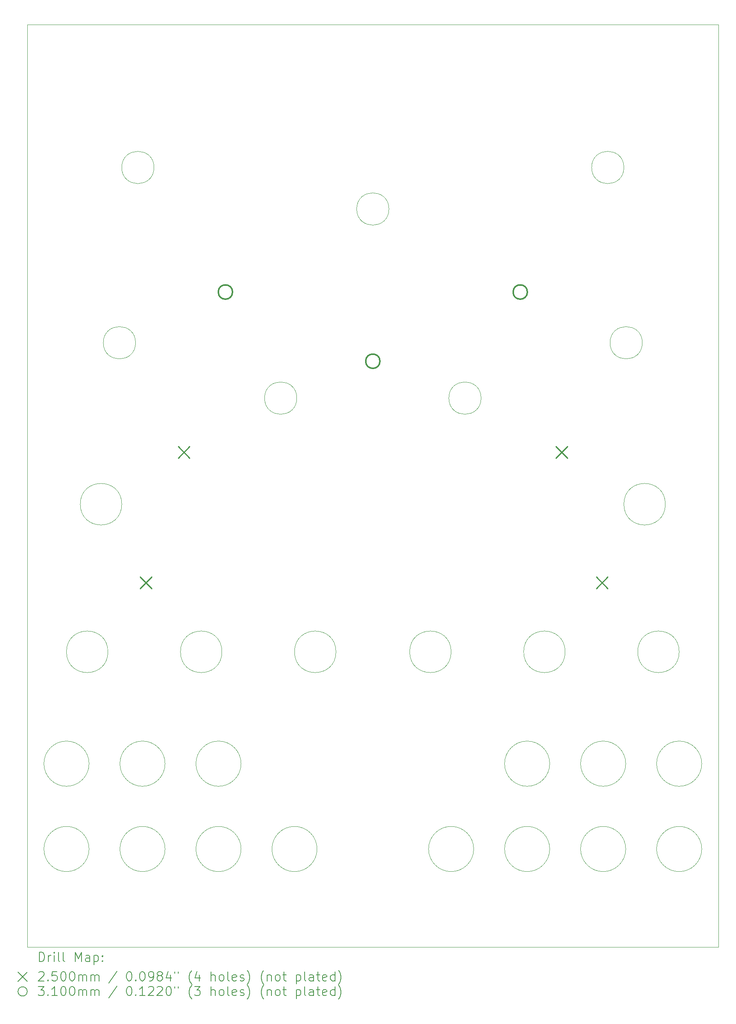
<source format=gbr>
%TF.GenerationSoftware,KiCad,Pcbnew,9.0.0*%
%TF.CreationDate,2025-03-15T21:35:31+01:00*%
%TF.ProjectId,DMH_Dual_VCF_Diode_Ladder_Mk2_PANEL,444d485f-4475-4616-9c5f-5643465f4469,rev?*%
%TF.SameCoordinates,Original*%
%TF.FileFunction,Drillmap*%
%TF.FilePolarity,Positive*%
%FSLAX45Y45*%
G04 Gerber Fmt 4.5, Leading zero omitted, Abs format (unit mm)*
G04 Created by KiCad (PCBNEW 9.0.0) date 2025-03-15 21:35:31*
%MOMM*%
%LPD*%
G01*
G04 APERTURE LIST*
%ADD10C,0.050000*%
%ADD11C,0.200000*%
%ADD12C,0.250000*%
%ADD13C,0.310000*%
G04 APERTURE END LIST*
D10*
X2500000Y-3000000D02*
X17500000Y-3000000D01*
X17500000Y-23000000D01*
X2500000Y-23000000D01*
X2500000Y-3000000D01*
X15490000Y-19025000D02*
G75*
G02*
X14510000Y-19025000I-490000J0D01*
G01*
X14510000Y-19025000D02*
G75*
G02*
X15490000Y-19025000I490000J0D01*
G01*
X16350000Y-13400000D02*
G75*
G02*
X15450000Y-13400000I-450000J0D01*
G01*
X15450000Y-13400000D02*
G75*
G02*
X16350000Y-13400000I450000J0D01*
G01*
X15490000Y-20875000D02*
G75*
G02*
X14510000Y-20875000I-490000J0D01*
G01*
X14510000Y-20875000D02*
G75*
G02*
X15490000Y-20875000I490000J0D01*
G01*
X17140000Y-19025000D02*
G75*
G02*
X16160000Y-19025000I-490000J0D01*
G01*
X16160000Y-19025000D02*
G75*
G02*
X17140000Y-19025000I490000J0D01*
G01*
X3840000Y-19025000D02*
G75*
G02*
X2860000Y-19025000I-490000J0D01*
G01*
X2860000Y-19025000D02*
G75*
G02*
X3840000Y-19025000I490000J0D01*
G01*
X4250000Y-16600000D02*
G75*
G02*
X3350000Y-16600000I-450000J0D01*
G01*
X3350000Y-16600000D02*
G75*
G02*
X4250000Y-16600000I450000J0D01*
G01*
X4850000Y-9900000D02*
G75*
G02*
X4150000Y-9900000I-350000J0D01*
G01*
X4150000Y-9900000D02*
G75*
G02*
X4850000Y-9900000I350000J0D01*
G01*
X4550000Y-13400000D02*
G75*
G02*
X3650000Y-13400000I-450000J0D01*
G01*
X3650000Y-13400000D02*
G75*
G02*
X4550000Y-13400000I450000J0D01*
G01*
X11700000Y-16600000D02*
G75*
G02*
X10800000Y-16600000I-450000J0D01*
G01*
X10800000Y-16600000D02*
G75*
G02*
X11700000Y-16600000I450000J0D01*
G01*
X13840000Y-20875000D02*
G75*
G02*
X12860000Y-20875000I-490000J0D01*
G01*
X12860000Y-20875000D02*
G75*
G02*
X13840000Y-20875000I490000J0D01*
G01*
X8350000Y-11100000D02*
G75*
G02*
X7650000Y-11100000I-350000J0D01*
G01*
X7650000Y-11100000D02*
G75*
G02*
X8350000Y-11100000I350000J0D01*
G01*
X12190000Y-20875000D02*
G75*
G02*
X11210000Y-20875000I-490000J0D01*
G01*
X11210000Y-20875000D02*
G75*
G02*
X12190000Y-20875000I490000J0D01*
G01*
X9200000Y-16600000D02*
G75*
G02*
X8300000Y-16600000I-450000J0D01*
G01*
X8300000Y-16600000D02*
G75*
G02*
X9200000Y-16600000I450000J0D01*
G01*
X5490000Y-19025000D02*
G75*
G02*
X4510000Y-19025000I-490000J0D01*
G01*
X4510000Y-19025000D02*
G75*
G02*
X5490000Y-19025000I490000J0D01*
G01*
X17140000Y-20875000D02*
G75*
G02*
X16160000Y-20875000I-490000J0D01*
G01*
X16160000Y-20875000D02*
G75*
G02*
X17140000Y-20875000I490000J0D01*
G01*
X15450000Y-6100000D02*
G75*
G02*
X14750000Y-6100000I-350000J0D01*
G01*
X14750000Y-6100000D02*
G75*
G02*
X15450000Y-6100000I350000J0D01*
G01*
X5250000Y-6100000D02*
G75*
G02*
X4550000Y-6100000I-350000J0D01*
G01*
X4550000Y-6100000D02*
G75*
G02*
X5250000Y-6100000I350000J0D01*
G01*
X3840000Y-20875000D02*
G75*
G02*
X2860000Y-20875000I-490000J0D01*
G01*
X2860000Y-20875000D02*
G75*
G02*
X3840000Y-20875000I490000J0D01*
G01*
X12350000Y-11100000D02*
G75*
G02*
X11650000Y-11100000I-350000J0D01*
G01*
X11650000Y-11100000D02*
G75*
G02*
X12350000Y-11100000I350000J0D01*
G01*
X5490000Y-20875000D02*
G75*
G02*
X4510000Y-20875000I-490000J0D01*
G01*
X4510000Y-20875000D02*
G75*
G02*
X5490000Y-20875000I490000J0D01*
G01*
X15850000Y-9900000D02*
G75*
G02*
X15150000Y-9900000I-350000J0D01*
G01*
X15150000Y-9900000D02*
G75*
G02*
X15850000Y-9900000I350000J0D01*
G01*
X16650000Y-16600000D02*
G75*
G02*
X15750000Y-16600000I-450000J0D01*
G01*
X15750000Y-16600000D02*
G75*
G02*
X16650000Y-16600000I450000J0D01*
G01*
X8790000Y-20875000D02*
G75*
G02*
X7810000Y-20875000I-490000J0D01*
G01*
X7810000Y-20875000D02*
G75*
G02*
X8790000Y-20875000I490000J0D01*
G01*
X10350000Y-7000000D02*
G75*
G02*
X9650000Y-7000000I-350000J0D01*
G01*
X9650000Y-7000000D02*
G75*
G02*
X10350000Y-7000000I350000J0D01*
G01*
X14175000Y-16600000D02*
G75*
G02*
X13275000Y-16600000I-450000J0D01*
G01*
X13275000Y-16600000D02*
G75*
G02*
X14175000Y-16600000I450000J0D01*
G01*
X7140000Y-20875000D02*
G75*
G02*
X6160000Y-20875000I-490000J0D01*
G01*
X6160000Y-20875000D02*
G75*
G02*
X7140000Y-20875000I490000J0D01*
G01*
X6725000Y-16600000D02*
G75*
G02*
X5825000Y-16600000I-450000J0D01*
G01*
X5825000Y-16600000D02*
G75*
G02*
X6725000Y-16600000I450000J0D01*
G01*
X7140000Y-19025000D02*
G75*
G02*
X6160000Y-19025000I-490000J0D01*
G01*
X6160000Y-19025000D02*
G75*
G02*
X7140000Y-19025000I490000J0D01*
G01*
X13840000Y-19025000D02*
G75*
G02*
X12860000Y-19025000I-490000J0D01*
G01*
X12860000Y-19025000D02*
G75*
G02*
X13840000Y-19025000I490000J0D01*
G01*
D11*
D12*
X4950000Y-14975000D02*
X5200000Y-15225000D01*
X5200000Y-14975000D02*
X4950000Y-15225000D01*
X5775000Y-12150000D02*
X6025000Y-12400000D01*
X6025000Y-12150000D02*
X5775000Y-12400000D01*
X13975000Y-12150000D02*
X14225000Y-12400000D01*
X14225000Y-12150000D02*
X13975000Y-12400000D01*
X14850000Y-14975000D02*
X15100000Y-15225000D01*
X15100000Y-14975000D02*
X14850000Y-15225000D01*
D13*
X6955000Y-8800000D02*
G75*
G02*
X6645000Y-8800000I-155000J0D01*
G01*
X6645000Y-8800000D02*
G75*
G02*
X6955000Y-8800000I155000J0D01*
G01*
X10155000Y-10300000D02*
G75*
G02*
X9845000Y-10300000I-155000J0D01*
G01*
X9845000Y-10300000D02*
G75*
G02*
X10155000Y-10300000I155000J0D01*
G01*
X13355000Y-8800000D02*
G75*
G02*
X13045000Y-8800000I-155000J0D01*
G01*
X13045000Y-8800000D02*
G75*
G02*
X13355000Y-8800000I155000J0D01*
G01*
D11*
X2758277Y-23313984D02*
X2758277Y-23113984D01*
X2758277Y-23113984D02*
X2805896Y-23113984D01*
X2805896Y-23113984D02*
X2834467Y-23123508D01*
X2834467Y-23123508D02*
X2853515Y-23142555D01*
X2853515Y-23142555D02*
X2863039Y-23161603D01*
X2863039Y-23161603D02*
X2872562Y-23199698D01*
X2872562Y-23199698D02*
X2872562Y-23228269D01*
X2872562Y-23228269D02*
X2863039Y-23266365D01*
X2863039Y-23266365D02*
X2853515Y-23285412D01*
X2853515Y-23285412D02*
X2834467Y-23304460D01*
X2834467Y-23304460D02*
X2805896Y-23313984D01*
X2805896Y-23313984D02*
X2758277Y-23313984D01*
X2958277Y-23313984D02*
X2958277Y-23180650D01*
X2958277Y-23218746D02*
X2967801Y-23199698D01*
X2967801Y-23199698D02*
X2977324Y-23190174D01*
X2977324Y-23190174D02*
X2996372Y-23180650D01*
X2996372Y-23180650D02*
X3015420Y-23180650D01*
X3082086Y-23313984D02*
X3082086Y-23180650D01*
X3082086Y-23113984D02*
X3072562Y-23123508D01*
X3072562Y-23123508D02*
X3082086Y-23133031D01*
X3082086Y-23133031D02*
X3091610Y-23123508D01*
X3091610Y-23123508D02*
X3082086Y-23113984D01*
X3082086Y-23113984D02*
X3082086Y-23133031D01*
X3205896Y-23313984D02*
X3186848Y-23304460D01*
X3186848Y-23304460D02*
X3177324Y-23285412D01*
X3177324Y-23285412D02*
X3177324Y-23113984D01*
X3310658Y-23313984D02*
X3291610Y-23304460D01*
X3291610Y-23304460D02*
X3282086Y-23285412D01*
X3282086Y-23285412D02*
X3282086Y-23113984D01*
X3539229Y-23313984D02*
X3539229Y-23113984D01*
X3539229Y-23113984D02*
X3605896Y-23256841D01*
X3605896Y-23256841D02*
X3672562Y-23113984D01*
X3672562Y-23113984D02*
X3672562Y-23313984D01*
X3853515Y-23313984D02*
X3853515Y-23209222D01*
X3853515Y-23209222D02*
X3843991Y-23190174D01*
X3843991Y-23190174D02*
X3824943Y-23180650D01*
X3824943Y-23180650D02*
X3786848Y-23180650D01*
X3786848Y-23180650D02*
X3767801Y-23190174D01*
X3853515Y-23304460D02*
X3834467Y-23313984D01*
X3834467Y-23313984D02*
X3786848Y-23313984D01*
X3786848Y-23313984D02*
X3767801Y-23304460D01*
X3767801Y-23304460D02*
X3758277Y-23285412D01*
X3758277Y-23285412D02*
X3758277Y-23266365D01*
X3758277Y-23266365D02*
X3767801Y-23247317D01*
X3767801Y-23247317D02*
X3786848Y-23237793D01*
X3786848Y-23237793D02*
X3834467Y-23237793D01*
X3834467Y-23237793D02*
X3853515Y-23228269D01*
X3948753Y-23180650D02*
X3948753Y-23380650D01*
X3948753Y-23190174D02*
X3967801Y-23180650D01*
X3967801Y-23180650D02*
X4005896Y-23180650D01*
X4005896Y-23180650D02*
X4024943Y-23190174D01*
X4024943Y-23190174D02*
X4034467Y-23199698D01*
X4034467Y-23199698D02*
X4043991Y-23218746D01*
X4043991Y-23218746D02*
X4043991Y-23275888D01*
X4043991Y-23275888D02*
X4034467Y-23294936D01*
X4034467Y-23294936D02*
X4024943Y-23304460D01*
X4024943Y-23304460D02*
X4005896Y-23313984D01*
X4005896Y-23313984D02*
X3967801Y-23313984D01*
X3967801Y-23313984D02*
X3948753Y-23304460D01*
X4129705Y-23294936D02*
X4139229Y-23304460D01*
X4139229Y-23304460D02*
X4129705Y-23313984D01*
X4129705Y-23313984D02*
X4120182Y-23304460D01*
X4120182Y-23304460D02*
X4129705Y-23294936D01*
X4129705Y-23294936D02*
X4129705Y-23313984D01*
X4129705Y-23190174D02*
X4139229Y-23199698D01*
X4139229Y-23199698D02*
X4129705Y-23209222D01*
X4129705Y-23209222D02*
X4120182Y-23199698D01*
X4120182Y-23199698D02*
X4129705Y-23190174D01*
X4129705Y-23190174D02*
X4129705Y-23209222D01*
X2297500Y-23542500D02*
X2497500Y-23742500D01*
X2497500Y-23542500D02*
X2297500Y-23742500D01*
X2748753Y-23553031D02*
X2758277Y-23543508D01*
X2758277Y-23543508D02*
X2777324Y-23533984D01*
X2777324Y-23533984D02*
X2824943Y-23533984D01*
X2824943Y-23533984D02*
X2843991Y-23543508D01*
X2843991Y-23543508D02*
X2853515Y-23553031D01*
X2853515Y-23553031D02*
X2863039Y-23572079D01*
X2863039Y-23572079D02*
X2863039Y-23591127D01*
X2863039Y-23591127D02*
X2853515Y-23619698D01*
X2853515Y-23619698D02*
X2739229Y-23733984D01*
X2739229Y-23733984D02*
X2863039Y-23733984D01*
X2948753Y-23714936D02*
X2958277Y-23724460D01*
X2958277Y-23724460D02*
X2948753Y-23733984D01*
X2948753Y-23733984D02*
X2939229Y-23724460D01*
X2939229Y-23724460D02*
X2948753Y-23714936D01*
X2948753Y-23714936D02*
X2948753Y-23733984D01*
X3139229Y-23533984D02*
X3043991Y-23533984D01*
X3043991Y-23533984D02*
X3034467Y-23629222D01*
X3034467Y-23629222D02*
X3043991Y-23619698D01*
X3043991Y-23619698D02*
X3063039Y-23610174D01*
X3063039Y-23610174D02*
X3110658Y-23610174D01*
X3110658Y-23610174D02*
X3129705Y-23619698D01*
X3129705Y-23619698D02*
X3139229Y-23629222D01*
X3139229Y-23629222D02*
X3148753Y-23648269D01*
X3148753Y-23648269D02*
X3148753Y-23695888D01*
X3148753Y-23695888D02*
X3139229Y-23714936D01*
X3139229Y-23714936D02*
X3129705Y-23724460D01*
X3129705Y-23724460D02*
X3110658Y-23733984D01*
X3110658Y-23733984D02*
X3063039Y-23733984D01*
X3063039Y-23733984D02*
X3043991Y-23724460D01*
X3043991Y-23724460D02*
X3034467Y-23714936D01*
X3272562Y-23533984D02*
X3291610Y-23533984D01*
X3291610Y-23533984D02*
X3310658Y-23543508D01*
X3310658Y-23543508D02*
X3320182Y-23553031D01*
X3320182Y-23553031D02*
X3329705Y-23572079D01*
X3329705Y-23572079D02*
X3339229Y-23610174D01*
X3339229Y-23610174D02*
X3339229Y-23657793D01*
X3339229Y-23657793D02*
X3329705Y-23695888D01*
X3329705Y-23695888D02*
X3320182Y-23714936D01*
X3320182Y-23714936D02*
X3310658Y-23724460D01*
X3310658Y-23724460D02*
X3291610Y-23733984D01*
X3291610Y-23733984D02*
X3272562Y-23733984D01*
X3272562Y-23733984D02*
X3253515Y-23724460D01*
X3253515Y-23724460D02*
X3243991Y-23714936D01*
X3243991Y-23714936D02*
X3234467Y-23695888D01*
X3234467Y-23695888D02*
X3224943Y-23657793D01*
X3224943Y-23657793D02*
X3224943Y-23610174D01*
X3224943Y-23610174D02*
X3234467Y-23572079D01*
X3234467Y-23572079D02*
X3243991Y-23553031D01*
X3243991Y-23553031D02*
X3253515Y-23543508D01*
X3253515Y-23543508D02*
X3272562Y-23533984D01*
X3463039Y-23533984D02*
X3482086Y-23533984D01*
X3482086Y-23533984D02*
X3501134Y-23543508D01*
X3501134Y-23543508D02*
X3510658Y-23553031D01*
X3510658Y-23553031D02*
X3520182Y-23572079D01*
X3520182Y-23572079D02*
X3529705Y-23610174D01*
X3529705Y-23610174D02*
X3529705Y-23657793D01*
X3529705Y-23657793D02*
X3520182Y-23695888D01*
X3520182Y-23695888D02*
X3510658Y-23714936D01*
X3510658Y-23714936D02*
X3501134Y-23724460D01*
X3501134Y-23724460D02*
X3482086Y-23733984D01*
X3482086Y-23733984D02*
X3463039Y-23733984D01*
X3463039Y-23733984D02*
X3443991Y-23724460D01*
X3443991Y-23724460D02*
X3434467Y-23714936D01*
X3434467Y-23714936D02*
X3424943Y-23695888D01*
X3424943Y-23695888D02*
X3415420Y-23657793D01*
X3415420Y-23657793D02*
X3415420Y-23610174D01*
X3415420Y-23610174D02*
X3424943Y-23572079D01*
X3424943Y-23572079D02*
X3434467Y-23553031D01*
X3434467Y-23553031D02*
X3443991Y-23543508D01*
X3443991Y-23543508D02*
X3463039Y-23533984D01*
X3615420Y-23733984D02*
X3615420Y-23600650D01*
X3615420Y-23619698D02*
X3624943Y-23610174D01*
X3624943Y-23610174D02*
X3643991Y-23600650D01*
X3643991Y-23600650D02*
X3672563Y-23600650D01*
X3672563Y-23600650D02*
X3691610Y-23610174D01*
X3691610Y-23610174D02*
X3701134Y-23629222D01*
X3701134Y-23629222D02*
X3701134Y-23733984D01*
X3701134Y-23629222D02*
X3710658Y-23610174D01*
X3710658Y-23610174D02*
X3729705Y-23600650D01*
X3729705Y-23600650D02*
X3758277Y-23600650D01*
X3758277Y-23600650D02*
X3777324Y-23610174D01*
X3777324Y-23610174D02*
X3786848Y-23629222D01*
X3786848Y-23629222D02*
X3786848Y-23733984D01*
X3882086Y-23733984D02*
X3882086Y-23600650D01*
X3882086Y-23619698D02*
X3891610Y-23610174D01*
X3891610Y-23610174D02*
X3910658Y-23600650D01*
X3910658Y-23600650D02*
X3939229Y-23600650D01*
X3939229Y-23600650D02*
X3958277Y-23610174D01*
X3958277Y-23610174D02*
X3967801Y-23629222D01*
X3967801Y-23629222D02*
X3967801Y-23733984D01*
X3967801Y-23629222D02*
X3977324Y-23610174D01*
X3977324Y-23610174D02*
X3996372Y-23600650D01*
X3996372Y-23600650D02*
X4024943Y-23600650D01*
X4024943Y-23600650D02*
X4043991Y-23610174D01*
X4043991Y-23610174D02*
X4053515Y-23629222D01*
X4053515Y-23629222D02*
X4053515Y-23733984D01*
X4443991Y-23524460D02*
X4272563Y-23781603D01*
X4701134Y-23533984D02*
X4720182Y-23533984D01*
X4720182Y-23533984D02*
X4739229Y-23543508D01*
X4739229Y-23543508D02*
X4748753Y-23553031D01*
X4748753Y-23553031D02*
X4758277Y-23572079D01*
X4758277Y-23572079D02*
X4767801Y-23610174D01*
X4767801Y-23610174D02*
X4767801Y-23657793D01*
X4767801Y-23657793D02*
X4758277Y-23695888D01*
X4758277Y-23695888D02*
X4748753Y-23714936D01*
X4748753Y-23714936D02*
X4739229Y-23724460D01*
X4739229Y-23724460D02*
X4720182Y-23733984D01*
X4720182Y-23733984D02*
X4701134Y-23733984D01*
X4701134Y-23733984D02*
X4682087Y-23724460D01*
X4682087Y-23724460D02*
X4672563Y-23714936D01*
X4672563Y-23714936D02*
X4663039Y-23695888D01*
X4663039Y-23695888D02*
X4653515Y-23657793D01*
X4653515Y-23657793D02*
X4653515Y-23610174D01*
X4653515Y-23610174D02*
X4663039Y-23572079D01*
X4663039Y-23572079D02*
X4672563Y-23553031D01*
X4672563Y-23553031D02*
X4682087Y-23543508D01*
X4682087Y-23543508D02*
X4701134Y-23533984D01*
X4853515Y-23714936D02*
X4863039Y-23724460D01*
X4863039Y-23724460D02*
X4853515Y-23733984D01*
X4853515Y-23733984D02*
X4843991Y-23724460D01*
X4843991Y-23724460D02*
X4853515Y-23714936D01*
X4853515Y-23714936D02*
X4853515Y-23733984D01*
X4986848Y-23533984D02*
X5005896Y-23533984D01*
X5005896Y-23533984D02*
X5024944Y-23543508D01*
X5024944Y-23543508D02*
X5034468Y-23553031D01*
X5034468Y-23553031D02*
X5043991Y-23572079D01*
X5043991Y-23572079D02*
X5053515Y-23610174D01*
X5053515Y-23610174D02*
X5053515Y-23657793D01*
X5053515Y-23657793D02*
X5043991Y-23695888D01*
X5043991Y-23695888D02*
X5034468Y-23714936D01*
X5034468Y-23714936D02*
X5024944Y-23724460D01*
X5024944Y-23724460D02*
X5005896Y-23733984D01*
X5005896Y-23733984D02*
X4986848Y-23733984D01*
X4986848Y-23733984D02*
X4967801Y-23724460D01*
X4967801Y-23724460D02*
X4958277Y-23714936D01*
X4958277Y-23714936D02*
X4948753Y-23695888D01*
X4948753Y-23695888D02*
X4939229Y-23657793D01*
X4939229Y-23657793D02*
X4939229Y-23610174D01*
X4939229Y-23610174D02*
X4948753Y-23572079D01*
X4948753Y-23572079D02*
X4958277Y-23553031D01*
X4958277Y-23553031D02*
X4967801Y-23543508D01*
X4967801Y-23543508D02*
X4986848Y-23533984D01*
X5148753Y-23733984D02*
X5186848Y-23733984D01*
X5186848Y-23733984D02*
X5205896Y-23724460D01*
X5205896Y-23724460D02*
X5215420Y-23714936D01*
X5215420Y-23714936D02*
X5234468Y-23686365D01*
X5234468Y-23686365D02*
X5243991Y-23648269D01*
X5243991Y-23648269D02*
X5243991Y-23572079D01*
X5243991Y-23572079D02*
X5234468Y-23553031D01*
X5234468Y-23553031D02*
X5224944Y-23543508D01*
X5224944Y-23543508D02*
X5205896Y-23533984D01*
X5205896Y-23533984D02*
X5167801Y-23533984D01*
X5167801Y-23533984D02*
X5148753Y-23543508D01*
X5148753Y-23543508D02*
X5139229Y-23553031D01*
X5139229Y-23553031D02*
X5129706Y-23572079D01*
X5129706Y-23572079D02*
X5129706Y-23619698D01*
X5129706Y-23619698D02*
X5139229Y-23638746D01*
X5139229Y-23638746D02*
X5148753Y-23648269D01*
X5148753Y-23648269D02*
X5167801Y-23657793D01*
X5167801Y-23657793D02*
X5205896Y-23657793D01*
X5205896Y-23657793D02*
X5224944Y-23648269D01*
X5224944Y-23648269D02*
X5234468Y-23638746D01*
X5234468Y-23638746D02*
X5243991Y-23619698D01*
X5358277Y-23619698D02*
X5339229Y-23610174D01*
X5339229Y-23610174D02*
X5329706Y-23600650D01*
X5329706Y-23600650D02*
X5320182Y-23581603D01*
X5320182Y-23581603D02*
X5320182Y-23572079D01*
X5320182Y-23572079D02*
X5329706Y-23553031D01*
X5329706Y-23553031D02*
X5339229Y-23543508D01*
X5339229Y-23543508D02*
X5358277Y-23533984D01*
X5358277Y-23533984D02*
X5396372Y-23533984D01*
X5396372Y-23533984D02*
X5415420Y-23543508D01*
X5415420Y-23543508D02*
X5424944Y-23553031D01*
X5424944Y-23553031D02*
X5434468Y-23572079D01*
X5434468Y-23572079D02*
X5434468Y-23581603D01*
X5434468Y-23581603D02*
X5424944Y-23600650D01*
X5424944Y-23600650D02*
X5415420Y-23610174D01*
X5415420Y-23610174D02*
X5396372Y-23619698D01*
X5396372Y-23619698D02*
X5358277Y-23619698D01*
X5358277Y-23619698D02*
X5339229Y-23629222D01*
X5339229Y-23629222D02*
X5329706Y-23638746D01*
X5329706Y-23638746D02*
X5320182Y-23657793D01*
X5320182Y-23657793D02*
X5320182Y-23695888D01*
X5320182Y-23695888D02*
X5329706Y-23714936D01*
X5329706Y-23714936D02*
X5339229Y-23724460D01*
X5339229Y-23724460D02*
X5358277Y-23733984D01*
X5358277Y-23733984D02*
X5396372Y-23733984D01*
X5396372Y-23733984D02*
X5415420Y-23724460D01*
X5415420Y-23724460D02*
X5424944Y-23714936D01*
X5424944Y-23714936D02*
X5434468Y-23695888D01*
X5434468Y-23695888D02*
X5434468Y-23657793D01*
X5434468Y-23657793D02*
X5424944Y-23638746D01*
X5424944Y-23638746D02*
X5415420Y-23629222D01*
X5415420Y-23629222D02*
X5396372Y-23619698D01*
X5605896Y-23600650D02*
X5605896Y-23733984D01*
X5558277Y-23524460D02*
X5510658Y-23667317D01*
X5510658Y-23667317D02*
X5634467Y-23667317D01*
X5701134Y-23533984D02*
X5701134Y-23572079D01*
X5777325Y-23533984D02*
X5777325Y-23572079D01*
X6072563Y-23810174D02*
X6063039Y-23800650D01*
X6063039Y-23800650D02*
X6043991Y-23772079D01*
X6043991Y-23772079D02*
X6034468Y-23753031D01*
X6034468Y-23753031D02*
X6024944Y-23724460D01*
X6024944Y-23724460D02*
X6015420Y-23676841D01*
X6015420Y-23676841D02*
X6015420Y-23638746D01*
X6015420Y-23638746D02*
X6024944Y-23591127D01*
X6024944Y-23591127D02*
X6034468Y-23562555D01*
X6034468Y-23562555D02*
X6043991Y-23543508D01*
X6043991Y-23543508D02*
X6063039Y-23514936D01*
X6063039Y-23514936D02*
X6072563Y-23505412D01*
X6234468Y-23600650D02*
X6234468Y-23733984D01*
X6186848Y-23524460D02*
X6139229Y-23667317D01*
X6139229Y-23667317D02*
X6263039Y-23667317D01*
X6491610Y-23733984D02*
X6491610Y-23533984D01*
X6577325Y-23733984D02*
X6577325Y-23629222D01*
X6577325Y-23629222D02*
X6567801Y-23610174D01*
X6567801Y-23610174D02*
X6548753Y-23600650D01*
X6548753Y-23600650D02*
X6520182Y-23600650D01*
X6520182Y-23600650D02*
X6501134Y-23610174D01*
X6501134Y-23610174D02*
X6491610Y-23619698D01*
X6701134Y-23733984D02*
X6682087Y-23724460D01*
X6682087Y-23724460D02*
X6672563Y-23714936D01*
X6672563Y-23714936D02*
X6663039Y-23695888D01*
X6663039Y-23695888D02*
X6663039Y-23638746D01*
X6663039Y-23638746D02*
X6672563Y-23619698D01*
X6672563Y-23619698D02*
X6682087Y-23610174D01*
X6682087Y-23610174D02*
X6701134Y-23600650D01*
X6701134Y-23600650D02*
X6729706Y-23600650D01*
X6729706Y-23600650D02*
X6748753Y-23610174D01*
X6748753Y-23610174D02*
X6758277Y-23619698D01*
X6758277Y-23619698D02*
X6767801Y-23638746D01*
X6767801Y-23638746D02*
X6767801Y-23695888D01*
X6767801Y-23695888D02*
X6758277Y-23714936D01*
X6758277Y-23714936D02*
X6748753Y-23724460D01*
X6748753Y-23724460D02*
X6729706Y-23733984D01*
X6729706Y-23733984D02*
X6701134Y-23733984D01*
X6882087Y-23733984D02*
X6863039Y-23724460D01*
X6863039Y-23724460D02*
X6853515Y-23705412D01*
X6853515Y-23705412D02*
X6853515Y-23533984D01*
X7034468Y-23724460D02*
X7015420Y-23733984D01*
X7015420Y-23733984D02*
X6977325Y-23733984D01*
X6977325Y-23733984D02*
X6958277Y-23724460D01*
X6958277Y-23724460D02*
X6948753Y-23705412D01*
X6948753Y-23705412D02*
X6948753Y-23629222D01*
X6948753Y-23629222D02*
X6958277Y-23610174D01*
X6958277Y-23610174D02*
X6977325Y-23600650D01*
X6977325Y-23600650D02*
X7015420Y-23600650D01*
X7015420Y-23600650D02*
X7034468Y-23610174D01*
X7034468Y-23610174D02*
X7043991Y-23629222D01*
X7043991Y-23629222D02*
X7043991Y-23648269D01*
X7043991Y-23648269D02*
X6948753Y-23667317D01*
X7120182Y-23724460D02*
X7139230Y-23733984D01*
X7139230Y-23733984D02*
X7177325Y-23733984D01*
X7177325Y-23733984D02*
X7196372Y-23724460D01*
X7196372Y-23724460D02*
X7205896Y-23705412D01*
X7205896Y-23705412D02*
X7205896Y-23695888D01*
X7205896Y-23695888D02*
X7196372Y-23676841D01*
X7196372Y-23676841D02*
X7177325Y-23667317D01*
X7177325Y-23667317D02*
X7148753Y-23667317D01*
X7148753Y-23667317D02*
X7129706Y-23657793D01*
X7129706Y-23657793D02*
X7120182Y-23638746D01*
X7120182Y-23638746D02*
X7120182Y-23629222D01*
X7120182Y-23629222D02*
X7129706Y-23610174D01*
X7129706Y-23610174D02*
X7148753Y-23600650D01*
X7148753Y-23600650D02*
X7177325Y-23600650D01*
X7177325Y-23600650D02*
X7196372Y-23610174D01*
X7272563Y-23810174D02*
X7282087Y-23800650D01*
X7282087Y-23800650D02*
X7301134Y-23772079D01*
X7301134Y-23772079D02*
X7310658Y-23753031D01*
X7310658Y-23753031D02*
X7320182Y-23724460D01*
X7320182Y-23724460D02*
X7329706Y-23676841D01*
X7329706Y-23676841D02*
X7329706Y-23638746D01*
X7329706Y-23638746D02*
X7320182Y-23591127D01*
X7320182Y-23591127D02*
X7310658Y-23562555D01*
X7310658Y-23562555D02*
X7301134Y-23543508D01*
X7301134Y-23543508D02*
X7282087Y-23514936D01*
X7282087Y-23514936D02*
X7272563Y-23505412D01*
X7634468Y-23810174D02*
X7624944Y-23800650D01*
X7624944Y-23800650D02*
X7605896Y-23772079D01*
X7605896Y-23772079D02*
X7596372Y-23753031D01*
X7596372Y-23753031D02*
X7586849Y-23724460D01*
X7586849Y-23724460D02*
X7577325Y-23676841D01*
X7577325Y-23676841D02*
X7577325Y-23638746D01*
X7577325Y-23638746D02*
X7586849Y-23591127D01*
X7586849Y-23591127D02*
X7596372Y-23562555D01*
X7596372Y-23562555D02*
X7605896Y-23543508D01*
X7605896Y-23543508D02*
X7624944Y-23514936D01*
X7624944Y-23514936D02*
X7634468Y-23505412D01*
X7710658Y-23600650D02*
X7710658Y-23733984D01*
X7710658Y-23619698D02*
X7720182Y-23610174D01*
X7720182Y-23610174D02*
X7739230Y-23600650D01*
X7739230Y-23600650D02*
X7767801Y-23600650D01*
X7767801Y-23600650D02*
X7786849Y-23610174D01*
X7786849Y-23610174D02*
X7796372Y-23629222D01*
X7796372Y-23629222D02*
X7796372Y-23733984D01*
X7920182Y-23733984D02*
X7901134Y-23724460D01*
X7901134Y-23724460D02*
X7891611Y-23714936D01*
X7891611Y-23714936D02*
X7882087Y-23695888D01*
X7882087Y-23695888D02*
X7882087Y-23638746D01*
X7882087Y-23638746D02*
X7891611Y-23619698D01*
X7891611Y-23619698D02*
X7901134Y-23610174D01*
X7901134Y-23610174D02*
X7920182Y-23600650D01*
X7920182Y-23600650D02*
X7948753Y-23600650D01*
X7948753Y-23600650D02*
X7967801Y-23610174D01*
X7967801Y-23610174D02*
X7977325Y-23619698D01*
X7977325Y-23619698D02*
X7986849Y-23638746D01*
X7986849Y-23638746D02*
X7986849Y-23695888D01*
X7986849Y-23695888D02*
X7977325Y-23714936D01*
X7977325Y-23714936D02*
X7967801Y-23724460D01*
X7967801Y-23724460D02*
X7948753Y-23733984D01*
X7948753Y-23733984D02*
X7920182Y-23733984D01*
X8043992Y-23600650D02*
X8120182Y-23600650D01*
X8072563Y-23533984D02*
X8072563Y-23705412D01*
X8072563Y-23705412D02*
X8082087Y-23724460D01*
X8082087Y-23724460D02*
X8101134Y-23733984D01*
X8101134Y-23733984D02*
X8120182Y-23733984D01*
X8339230Y-23600650D02*
X8339230Y-23800650D01*
X8339230Y-23610174D02*
X8358277Y-23600650D01*
X8358277Y-23600650D02*
X8396373Y-23600650D01*
X8396373Y-23600650D02*
X8415420Y-23610174D01*
X8415420Y-23610174D02*
X8424944Y-23619698D01*
X8424944Y-23619698D02*
X8434468Y-23638746D01*
X8434468Y-23638746D02*
X8434468Y-23695888D01*
X8434468Y-23695888D02*
X8424944Y-23714936D01*
X8424944Y-23714936D02*
X8415420Y-23724460D01*
X8415420Y-23724460D02*
X8396373Y-23733984D01*
X8396373Y-23733984D02*
X8358277Y-23733984D01*
X8358277Y-23733984D02*
X8339230Y-23724460D01*
X8548754Y-23733984D02*
X8529706Y-23724460D01*
X8529706Y-23724460D02*
X8520182Y-23705412D01*
X8520182Y-23705412D02*
X8520182Y-23533984D01*
X8710658Y-23733984D02*
X8710658Y-23629222D01*
X8710658Y-23629222D02*
X8701135Y-23610174D01*
X8701135Y-23610174D02*
X8682087Y-23600650D01*
X8682087Y-23600650D02*
X8643992Y-23600650D01*
X8643992Y-23600650D02*
X8624944Y-23610174D01*
X8710658Y-23724460D02*
X8691611Y-23733984D01*
X8691611Y-23733984D02*
X8643992Y-23733984D01*
X8643992Y-23733984D02*
X8624944Y-23724460D01*
X8624944Y-23724460D02*
X8615420Y-23705412D01*
X8615420Y-23705412D02*
X8615420Y-23686365D01*
X8615420Y-23686365D02*
X8624944Y-23667317D01*
X8624944Y-23667317D02*
X8643992Y-23657793D01*
X8643992Y-23657793D02*
X8691611Y-23657793D01*
X8691611Y-23657793D02*
X8710658Y-23648269D01*
X8777325Y-23600650D02*
X8853515Y-23600650D01*
X8805896Y-23533984D02*
X8805896Y-23705412D01*
X8805896Y-23705412D02*
X8815420Y-23724460D01*
X8815420Y-23724460D02*
X8834468Y-23733984D01*
X8834468Y-23733984D02*
X8853515Y-23733984D01*
X8996373Y-23724460D02*
X8977325Y-23733984D01*
X8977325Y-23733984D02*
X8939230Y-23733984D01*
X8939230Y-23733984D02*
X8920182Y-23724460D01*
X8920182Y-23724460D02*
X8910658Y-23705412D01*
X8910658Y-23705412D02*
X8910658Y-23629222D01*
X8910658Y-23629222D02*
X8920182Y-23610174D01*
X8920182Y-23610174D02*
X8939230Y-23600650D01*
X8939230Y-23600650D02*
X8977325Y-23600650D01*
X8977325Y-23600650D02*
X8996373Y-23610174D01*
X8996373Y-23610174D02*
X9005896Y-23629222D01*
X9005896Y-23629222D02*
X9005896Y-23648269D01*
X9005896Y-23648269D02*
X8910658Y-23667317D01*
X9177325Y-23733984D02*
X9177325Y-23533984D01*
X9177325Y-23724460D02*
X9158277Y-23733984D01*
X9158277Y-23733984D02*
X9120182Y-23733984D01*
X9120182Y-23733984D02*
X9101135Y-23724460D01*
X9101135Y-23724460D02*
X9091611Y-23714936D01*
X9091611Y-23714936D02*
X9082087Y-23695888D01*
X9082087Y-23695888D02*
X9082087Y-23638746D01*
X9082087Y-23638746D02*
X9091611Y-23619698D01*
X9091611Y-23619698D02*
X9101135Y-23610174D01*
X9101135Y-23610174D02*
X9120182Y-23600650D01*
X9120182Y-23600650D02*
X9158277Y-23600650D01*
X9158277Y-23600650D02*
X9177325Y-23610174D01*
X9253516Y-23810174D02*
X9263039Y-23800650D01*
X9263039Y-23800650D02*
X9282087Y-23772079D01*
X9282087Y-23772079D02*
X9291611Y-23753031D01*
X9291611Y-23753031D02*
X9301135Y-23724460D01*
X9301135Y-23724460D02*
X9310658Y-23676841D01*
X9310658Y-23676841D02*
X9310658Y-23638746D01*
X9310658Y-23638746D02*
X9301135Y-23591127D01*
X9301135Y-23591127D02*
X9291611Y-23562555D01*
X9291611Y-23562555D02*
X9282087Y-23543508D01*
X9282087Y-23543508D02*
X9263039Y-23514936D01*
X9263039Y-23514936D02*
X9253516Y-23505412D01*
X2497500Y-23962500D02*
G75*
G02*
X2297500Y-23962500I-100000J0D01*
G01*
X2297500Y-23962500D02*
G75*
G02*
X2497500Y-23962500I100000J0D01*
G01*
X2739229Y-23853984D02*
X2863039Y-23853984D01*
X2863039Y-23853984D02*
X2796372Y-23930174D01*
X2796372Y-23930174D02*
X2824943Y-23930174D01*
X2824943Y-23930174D02*
X2843991Y-23939698D01*
X2843991Y-23939698D02*
X2853515Y-23949222D01*
X2853515Y-23949222D02*
X2863039Y-23968269D01*
X2863039Y-23968269D02*
X2863039Y-24015888D01*
X2863039Y-24015888D02*
X2853515Y-24034936D01*
X2853515Y-24034936D02*
X2843991Y-24044460D01*
X2843991Y-24044460D02*
X2824943Y-24053984D01*
X2824943Y-24053984D02*
X2767801Y-24053984D01*
X2767801Y-24053984D02*
X2748753Y-24044460D01*
X2748753Y-24044460D02*
X2739229Y-24034936D01*
X2948753Y-24034936D02*
X2958277Y-24044460D01*
X2958277Y-24044460D02*
X2948753Y-24053984D01*
X2948753Y-24053984D02*
X2939229Y-24044460D01*
X2939229Y-24044460D02*
X2948753Y-24034936D01*
X2948753Y-24034936D02*
X2948753Y-24053984D01*
X3148753Y-24053984D02*
X3034467Y-24053984D01*
X3091610Y-24053984D02*
X3091610Y-23853984D01*
X3091610Y-23853984D02*
X3072562Y-23882555D01*
X3072562Y-23882555D02*
X3053515Y-23901603D01*
X3053515Y-23901603D02*
X3034467Y-23911127D01*
X3272562Y-23853984D02*
X3291610Y-23853984D01*
X3291610Y-23853984D02*
X3310658Y-23863508D01*
X3310658Y-23863508D02*
X3320182Y-23873031D01*
X3320182Y-23873031D02*
X3329705Y-23892079D01*
X3329705Y-23892079D02*
X3339229Y-23930174D01*
X3339229Y-23930174D02*
X3339229Y-23977793D01*
X3339229Y-23977793D02*
X3329705Y-24015888D01*
X3329705Y-24015888D02*
X3320182Y-24034936D01*
X3320182Y-24034936D02*
X3310658Y-24044460D01*
X3310658Y-24044460D02*
X3291610Y-24053984D01*
X3291610Y-24053984D02*
X3272562Y-24053984D01*
X3272562Y-24053984D02*
X3253515Y-24044460D01*
X3253515Y-24044460D02*
X3243991Y-24034936D01*
X3243991Y-24034936D02*
X3234467Y-24015888D01*
X3234467Y-24015888D02*
X3224943Y-23977793D01*
X3224943Y-23977793D02*
X3224943Y-23930174D01*
X3224943Y-23930174D02*
X3234467Y-23892079D01*
X3234467Y-23892079D02*
X3243991Y-23873031D01*
X3243991Y-23873031D02*
X3253515Y-23863508D01*
X3253515Y-23863508D02*
X3272562Y-23853984D01*
X3463039Y-23853984D02*
X3482086Y-23853984D01*
X3482086Y-23853984D02*
X3501134Y-23863508D01*
X3501134Y-23863508D02*
X3510658Y-23873031D01*
X3510658Y-23873031D02*
X3520182Y-23892079D01*
X3520182Y-23892079D02*
X3529705Y-23930174D01*
X3529705Y-23930174D02*
X3529705Y-23977793D01*
X3529705Y-23977793D02*
X3520182Y-24015888D01*
X3520182Y-24015888D02*
X3510658Y-24034936D01*
X3510658Y-24034936D02*
X3501134Y-24044460D01*
X3501134Y-24044460D02*
X3482086Y-24053984D01*
X3482086Y-24053984D02*
X3463039Y-24053984D01*
X3463039Y-24053984D02*
X3443991Y-24044460D01*
X3443991Y-24044460D02*
X3434467Y-24034936D01*
X3434467Y-24034936D02*
X3424943Y-24015888D01*
X3424943Y-24015888D02*
X3415420Y-23977793D01*
X3415420Y-23977793D02*
X3415420Y-23930174D01*
X3415420Y-23930174D02*
X3424943Y-23892079D01*
X3424943Y-23892079D02*
X3434467Y-23873031D01*
X3434467Y-23873031D02*
X3443991Y-23863508D01*
X3443991Y-23863508D02*
X3463039Y-23853984D01*
X3615420Y-24053984D02*
X3615420Y-23920650D01*
X3615420Y-23939698D02*
X3624943Y-23930174D01*
X3624943Y-23930174D02*
X3643991Y-23920650D01*
X3643991Y-23920650D02*
X3672563Y-23920650D01*
X3672563Y-23920650D02*
X3691610Y-23930174D01*
X3691610Y-23930174D02*
X3701134Y-23949222D01*
X3701134Y-23949222D02*
X3701134Y-24053984D01*
X3701134Y-23949222D02*
X3710658Y-23930174D01*
X3710658Y-23930174D02*
X3729705Y-23920650D01*
X3729705Y-23920650D02*
X3758277Y-23920650D01*
X3758277Y-23920650D02*
X3777324Y-23930174D01*
X3777324Y-23930174D02*
X3786848Y-23949222D01*
X3786848Y-23949222D02*
X3786848Y-24053984D01*
X3882086Y-24053984D02*
X3882086Y-23920650D01*
X3882086Y-23939698D02*
X3891610Y-23930174D01*
X3891610Y-23930174D02*
X3910658Y-23920650D01*
X3910658Y-23920650D02*
X3939229Y-23920650D01*
X3939229Y-23920650D02*
X3958277Y-23930174D01*
X3958277Y-23930174D02*
X3967801Y-23949222D01*
X3967801Y-23949222D02*
X3967801Y-24053984D01*
X3967801Y-23949222D02*
X3977324Y-23930174D01*
X3977324Y-23930174D02*
X3996372Y-23920650D01*
X3996372Y-23920650D02*
X4024943Y-23920650D01*
X4024943Y-23920650D02*
X4043991Y-23930174D01*
X4043991Y-23930174D02*
X4053515Y-23949222D01*
X4053515Y-23949222D02*
X4053515Y-24053984D01*
X4443991Y-23844460D02*
X4272563Y-24101603D01*
X4701134Y-23853984D02*
X4720182Y-23853984D01*
X4720182Y-23853984D02*
X4739229Y-23863508D01*
X4739229Y-23863508D02*
X4748753Y-23873031D01*
X4748753Y-23873031D02*
X4758277Y-23892079D01*
X4758277Y-23892079D02*
X4767801Y-23930174D01*
X4767801Y-23930174D02*
X4767801Y-23977793D01*
X4767801Y-23977793D02*
X4758277Y-24015888D01*
X4758277Y-24015888D02*
X4748753Y-24034936D01*
X4748753Y-24034936D02*
X4739229Y-24044460D01*
X4739229Y-24044460D02*
X4720182Y-24053984D01*
X4720182Y-24053984D02*
X4701134Y-24053984D01*
X4701134Y-24053984D02*
X4682087Y-24044460D01*
X4682087Y-24044460D02*
X4672563Y-24034936D01*
X4672563Y-24034936D02*
X4663039Y-24015888D01*
X4663039Y-24015888D02*
X4653515Y-23977793D01*
X4653515Y-23977793D02*
X4653515Y-23930174D01*
X4653515Y-23930174D02*
X4663039Y-23892079D01*
X4663039Y-23892079D02*
X4672563Y-23873031D01*
X4672563Y-23873031D02*
X4682087Y-23863508D01*
X4682087Y-23863508D02*
X4701134Y-23853984D01*
X4853515Y-24034936D02*
X4863039Y-24044460D01*
X4863039Y-24044460D02*
X4853515Y-24053984D01*
X4853515Y-24053984D02*
X4843991Y-24044460D01*
X4843991Y-24044460D02*
X4853515Y-24034936D01*
X4853515Y-24034936D02*
X4853515Y-24053984D01*
X5053515Y-24053984D02*
X4939229Y-24053984D01*
X4996372Y-24053984D02*
X4996372Y-23853984D01*
X4996372Y-23853984D02*
X4977325Y-23882555D01*
X4977325Y-23882555D02*
X4958277Y-23901603D01*
X4958277Y-23901603D02*
X4939229Y-23911127D01*
X5129706Y-23873031D02*
X5139229Y-23863508D01*
X5139229Y-23863508D02*
X5158277Y-23853984D01*
X5158277Y-23853984D02*
X5205896Y-23853984D01*
X5205896Y-23853984D02*
X5224944Y-23863508D01*
X5224944Y-23863508D02*
X5234468Y-23873031D01*
X5234468Y-23873031D02*
X5243991Y-23892079D01*
X5243991Y-23892079D02*
X5243991Y-23911127D01*
X5243991Y-23911127D02*
X5234468Y-23939698D01*
X5234468Y-23939698D02*
X5120182Y-24053984D01*
X5120182Y-24053984D02*
X5243991Y-24053984D01*
X5320182Y-23873031D02*
X5329706Y-23863508D01*
X5329706Y-23863508D02*
X5348753Y-23853984D01*
X5348753Y-23853984D02*
X5396372Y-23853984D01*
X5396372Y-23853984D02*
X5415420Y-23863508D01*
X5415420Y-23863508D02*
X5424944Y-23873031D01*
X5424944Y-23873031D02*
X5434468Y-23892079D01*
X5434468Y-23892079D02*
X5434468Y-23911127D01*
X5434468Y-23911127D02*
X5424944Y-23939698D01*
X5424944Y-23939698D02*
X5310658Y-24053984D01*
X5310658Y-24053984D02*
X5434468Y-24053984D01*
X5558277Y-23853984D02*
X5577325Y-23853984D01*
X5577325Y-23853984D02*
X5596372Y-23863508D01*
X5596372Y-23863508D02*
X5605896Y-23873031D01*
X5605896Y-23873031D02*
X5615420Y-23892079D01*
X5615420Y-23892079D02*
X5624944Y-23930174D01*
X5624944Y-23930174D02*
X5624944Y-23977793D01*
X5624944Y-23977793D02*
X5615420Y-24015888D01*
X5615420Y-24015888D02*
X5605896Y-24034936D01*
X5605896Y-24034936D02*
X5596372Y-24044460D01*
X5596372Y-24044460D02*
X5577325Y-24053984D01*
X5577325Y-24053984D02*
X5558277Y-24053984D01*
X5558277Y-24053984D02*
X5539229Y-24044460D01*
X5539229Y-24044460D02*
X5529706Y-24034936D01*
X5529706Y-24034936D02*
X5520182Y-24015888D01*
X5520182Y-24015888D02*
X5510658Y-23977793D01*
X5510658Y-23977793D02*
X5510658Y-23930174D01*
X5510658Y-23930174D02*
X5520182Y-23892079D01*
X5520182Y-23892079D02*
X5529706Y-23873031D01*
X5529706Y-23873031D02*
X5539229Y-23863508D01*
X5539229Y-23863508D02*
X5558277Y-23853984D01*
X5701134Y-23853984D02*
X5701134Y-23892079D01*
X5777325Y-23853984D02*
X5777325Y-23892079D01*
X6072563Y-24130174D02*
X6063039Y-24120650D01*
X6063039Y-24120650D02*
X6043991Y-24092079D01*
X6043991Y-24092079D02*
X6034468Y-24073031D01*
X6034468Y-24073031D02*
X6024944Y-24044460D01*
X6024944Y-24044460D02*
X6015420Y-23996841D01*
X6015420Y-23996841D02*
X6015420Y-23958746D01*
X6015420Y-23958746D02*
X6024944Y-23911127D01*
X6024944Y-23911127D02*
X6034468Y-23882555D01*
X6034468Y-23882555D02*
X6043991Y-23863508D01*
X6043991Y-23863508D02*
X6063039Y-23834936D01*
X6063039Y-23834936D02*
X6072563Y-23825412D01*
X6129706Y-23853984D02*
X6253515Y-23853984D01*
X6253515Y-23853984D02*
X6186848Y-23930174D01*
X6186848Y-23930174D02*
X6215420Y-23930174D01*
X6215420Y-23930174D02*
X6234468Y-23939698D01*
X6234468Y-23939698D02*
X6243991Y-23949222D01*
X6243991Y-23949222D02*
X6253515Y-23968269D01*
X6253515Y-23968269D02*
X6253515Y-24015888D01*
X6253515Y-24015888D02*
X6243991Y-24034936D01*
X6243991Y-24034936D02*
X6234468Y-24044460D01*
X6234468Y-24044460D02*
X6215420Y-24053984D01*
X6215420Y-24053984D02*
X6158277Y-24053984D01*
X6158277Y-24053984D02*
X6139229Y-24044460D01*
X6139229Y-24044460D02*
X6129706Y-24034936D01*
X6491610Y-24053984D02*
X6491610Y-23853984D01*
X6577325Y-24053984D02*
X6577325Y-23949222D01*
X6577325Y-23949222D02*
X6567801Y-23930174D01*
X6567801Y-23930174D02*
X6548753Y-23920650D01*
X6548753Y-23920650D02*
X6520182Y-23920650D01*
X6520182Y-23920650D02*
X6501134Y-23930174D01*
X6501134Y-23930174D02*
X6491610Y-23939698D01*
X6701134Y-24053984D02*
X6682087Y-24044460D01*
X6682087Y-24044460D02*
X6672563Y-24034936D01*
X6672563Y-24034936D02*
X6663039Y-24015888D01*
X6663039Y-24015888D02*
X6663039Y-23958746D01*
X6663039Y-23958746D02*
X6672563Y-23939698D01*
X6672563Y-23939698D02*
X6682087Y-23930174D01*
X6682087Y-23930174D02*
X6701134Y-23920650D01*
X6701134Y-23920650D02*
X6729706Y-23920650D01*
X6729706Y-23920650D02*
X6748753Y-23930174D01*
X6748753Y-23930174D02*
X6758277Y-23939698D01*
X6758277Y-23939698D02*
X6767801Y-23958746D01*
X6767801Y-23958746D02*
X6767801Y-24015888D01*
X6767801Y-24015888D02*
X6758277Y-24034936D01*
X6758277Y-24034936D02*
X6748753Y-24044460D01*
X6748753Y-24044460D02*
X6729706Y-24053984D01*
X6729706Y-24053984D02*
X6701134Y-24053984D01*
X6882087Y-24053984D02*
X6863039Y-24044460D01*
X6863039Y-24044460D02*
X6853515Y-24025412D01*
X6853515Y-24025412D02*
X6853515Y-23853984D01*
X7034468Y-24044460D02*
X7015420Y-24053984D01*
X7015420Y-24053984D02*
X6977325Y-24053984D01*
X6977325Y-24053984D02*
X6958277Y-24044460D01*
X6958277Y-24044460D02*
X6948753Y-24025412D01*
X6948753Y-24025412D02*
X6948753Y-23949222D01*
X6948753Y-23949222D02*
X6958277Y-23930174D01*
X6958277Y-23930174D02*
X6977325Y-23920650D01*
X6977325Y-23920650D02*
X7015420Y-23920650D01*
X7015420Y-23920650D02*
X7034468Y-23930174D01*
X7034468Y-23930174D02*
X7043991Y-23949222D01*
X7043991Y-23949222D02*
X7043991Y-23968269D01*
X7043991Y-23968269D02*
X6948753Y-23987317D01*
X7120182Y-24044460D02*
X7139230Y-24053984D01*
X7139230Y-24053984D02*
X7177325Y-24053984D01*
X7177325Y-24053984D02*
X7196372Y-24044460D01*
X7196372Y-24044460D02*
X7205896Y-24025412D01*
X7205896Y-24025412D02*
X7205896Y-24015888D01*
X7205896Y-24015888D02*
X7196372Y-23996841D01*
X7196372Y-23996841D02*
X7177325Y-23987317D01*
X7177325Y-23987317D02*
X7148753Y-23987317D01*
X7148753Y-23987317D02*
X7129706Y-23977793D01*
X7129706Y-23977793D02*
X7120182Y-23958746D01*
X7120182Y-23958746D02*
X7120182Y-23949222D01*
X7120182Y-23949222D02*
X7129706Y-23930174D01*
X7129706Y-23930174D02*
X7148753Y-23920650D01*
X7148753Y-23920650D02*
X7177325Y-23920650D01*
X7177325Y-23920650D02*
X7196372Y-23930174D01*
X7272563Y-24130174D02*
X7282087Y-24120650D01*
X7282087Y-24120650D02*
X7301134Y-24092079D01*
X7301134Y-24092079D02*
X7310658Y-24073031D01*
X7310658Y-24073031D02*
X7320182Y-24044460D01*
X7320182Y-24044460D02*
X7329706Y-23996841D01*
X7329706Y-23996841D02*
X7329706Y-23958746D01*
X7329706Y-23958746D02*
X7320182Y-23911127D01*
X7320182Y-23911127D02*
X7310658Y-23882555D01*
X7310658Y-23882555D02*
X7301134Y-23863508D01*
X7301134Y-23863508D02*
X7282087Y-23834936D01*
X7282087Y-23834936D02*
X7272563Y-23825412D01*
X7634468Y-24130174D02*
X7624944Y-24120650D01*
X7624944Y-24120650D02*
X7605896Y-24092079D01*
X7605896Y-24092079D02*
X7596372Y-24073031D01*
X7596372Y-24073031D02*
X7586849Y-24044460D01*
X7586849Y-24044460D02*
X7577325Y-23996841D01*
X7577325Y-23996841D02*
X7577325Y-23958746D01*
X7577325Y-23958746D02*
X7586849Y-23911127D01*
X7586849Y-23911127D02*
X7596372Y-23882555D01*
X7596372Y-23882555D02*
X7605896Y-23863508D01*
X7605896Y-23863508D02*
X7624944Y-23834936D01*
X7624944Y-23834936D02*
X7634468Y-23825412D01*
X7710658Y-23920650D02*
X7710658Y-24053984D01*
X7710658Y-23939698D02*
X7720182Y-23930174D01*
X7720182Y-23930174D02*
X7739230Y-23920650D01*
X7739230Y-23920650D02*
X7767801Y-23920650D01*
X7767801Y-23920650D02*
X7786849Y-23930174D01*
X7786849Y-23930174D02*
X7796372Y-23949222D01*
X7796372Y-23949222D02*
X7796372Y-24053984D01*
X7920182Y-24053984D02*
X7901134Y-24044460D01*
X7901134Y-24044460D02*
X7891611Y-24034936D01*
X7891611Y-24034936D02*
X7882087Y-24015888D01*
X7882087Y-24015888D02*
X7882087Y-23958746D01*
X7882087Y-23958746D02*
X7891611Y-23939698D01*
X7891611Y-23939698D02*
X7901134Y-23930174D01*
X7901134Y-23930174D02*
X7920182Y-23920650D01*
X7920182Y-23920650D02*
X7948753Y-23920650D01*
X7948753Y-23920650D02*
X7967801Y-23930174D01*
X7967801Y-23930174D02*
X7977325Y-23939698D01*
X7977325Y-23939698D02*
X7986849Y-23958746D01*
X7986849Y-23958746D02*
X7986849Y-24015888D01*
X7986849Y-24015888D02*
X7977325Y-24034936D01*
X7977325Y-24034936D02*
X7967801Y-24044460D01*
X7967801Y-24044460D02*
X7948753Y-24053984D01*
X7948753Y-24053984D02*
X7920182Y-24053984D01*
X8043992Y-23920650D02*
X8120182Y-23920650D01*
X8072563Y-23853984D02*
X8072563Y-24025412D01*
X8072563Y-24025412D02*
X8082087Y-24044460D01*
X8082087Y-24044460D02*
X8101134Y-24053984D01*
X8101134Y-24053984D02*
X8120182Y-24053984D01*
X8339230Y-23920650D02*
X8339230Y-24120650D01*
X8339230Y-23930174D02*
X8358277Y-23920650D01*
X8358277Y-23920650D02*
X8396373Y-23920650D01*
X8396373Y-23920650D02*
X8415420Y-23930174D01*
X8415420Y-23930174D02*
X8424944Y-23939698D01*
X8424944Y-23939698D02*
X8434468Y-23958746D01*
X8434468Y-23958746D02*
X8434468Y-24015888D01*
X8434468Y-24015888D02*
X8424944Y-24034936D01*
X8424944Y-24034936D02*
X8415420Y-24044460D01*
X8415420Y-24044460D02*
X8396373Y-24053984D01*
X8396373Y-24053984D02*
X8358277Y-24053984D01*
X8358277Y-24053984D02*
X8339230Y-24044460D01*
X8548754Y-24053984D02*
X8529706Y-24044460D01*
X8529706Y-24044460D02*
X8520182Y-24025412D01*
X8520182Y-24025412D02*
X8520182Y-23853984D01*
X8710658Y-24053984D02*
X8710658Y-23949222D01*
X8710658Y-23949222D02*
X8701135Y-23930174D01*
X8701135Y-23930174D02*
X8682087Y-23920650D01*
X8682087Y-23920650D02*
X8643992Y-23920650D01*
X8643992Y-23920650D02*
X8624944Y-23930174D01*
X8710658Y-24044460D02*
X8691611Y-24053984D01*
X8691611Y-24053984D02*
X8643992Y-24053984D01*
X8643992Y-24053984D02*
X8624944Y-24044460D01*
X8624944Y-24044460D02*
X8615420Y-24025412D01*
X8615420Y-24025412D02*
X8615420Y-24006365D01*
X8615420Y-24006365D02*
X8624944Y-23987317D01*
X8624944Y-23987317D02*
X8643992Y-23977793D01*
X8643992Y-23977793D02*
X8691611Y-23977793D01*
X8691611Y-23977793D02*
X8710658Y-23968269D01*
X8777325Y-23920650D02*
X8853515Y-23920650D01*
X8805896Y-23853984D02*
X8805896Y-24025412D01*
X8805896Y-24025412D02*
X8815420Y-24044460D01*
X8815420Y-24044460D02*
X8834468Y-24053984D01*
X8834468Y-24053984D02*
X8853515Y-24053984D01*
X8996373Y-24044460D02*
X8977325Y-24053984D01*
X8977325Y-24053984D02*
X8939230Y-24053984D01*
X8939230Y-24053984D02*
X8920182Y-24044460D01*
X8920182Y-24044460D02*
X8910658Y-24025412D01*
X8910658Y-24025412D02*
X8910658Y-23949222D01*
X8910658Y-23949222D02*
X8920182Y-23930174D01*
X8920182Y-23930174D02*
X8939230Y-23920650D01*
X8939230Y-23920650D02*
X8977325Y-23920650D01*
X8977325Y-23920650D02*
X8996373Y-23930174D01*
X8996373Y-23930174D02*
X9005896Y-23949222D01*
X9005896Y-23949222D02*
X9005896Y-23968269D01*
X9005896Y-23968269D02*
X8910658Y-23987317D01*
X9177325Y-24053984D02*
X9177325Y-23853984D01*
X9177325Y-24044460D02*
X9158277Y-24053984D01*
X9158277Y-24053984D02*
X9120182Y-24053984D01*
X9120182Y-24053984D02*
X9101135Y-24044460D01*
X9101135Y-24044460D02*
X9091611Y-24034936D01*
X9091611Y-24034936D02*
X9082087Y-24015888D01*
X9082087Y-24015888D02*
X9082087Y-23958746D01*
X9082087Y-23958746D02*
X9091611Y-23939698D01*
X9091611Y-23939698D02*
X9101135Y-23930174D01*
X9101135Y-23930174D02*
X9120182Y-23920650D01*
X9120182Y-23920650D02*
X9158277Y-23920650D01*
X9158277Y-23920650D02*
X9177325Y-23930174D01*
X9253516Y-24130174D02*
X9263039Y-24120650D01*
X9263039Y-24120650D02*
X9282087Y-24092079D01*
X9282087Y-24092079D02*
X9291611Y-24073031D01*
X9291611Y-24073031D02*
X9301135Y-24044460D01*
X9301135Y-24044460D02*
X9310658Y-23996841D01*
X9310658Y-23996841D02*
X9310658Y-23958746D01*
X9310658Y-23958746D02*
X9301135Y-23911127D01*
X9301135Y-23911127D02*
X9291611Y-23882555D01*
X9291611Y-23882555D02*
X9282087Y-23863508D01*
X9282087Y-23863508D02*
X9263039Y-23834936D01*
X9263039Y-23834936D02*
X9253516Y-23825412D01*
M02*

</source>
